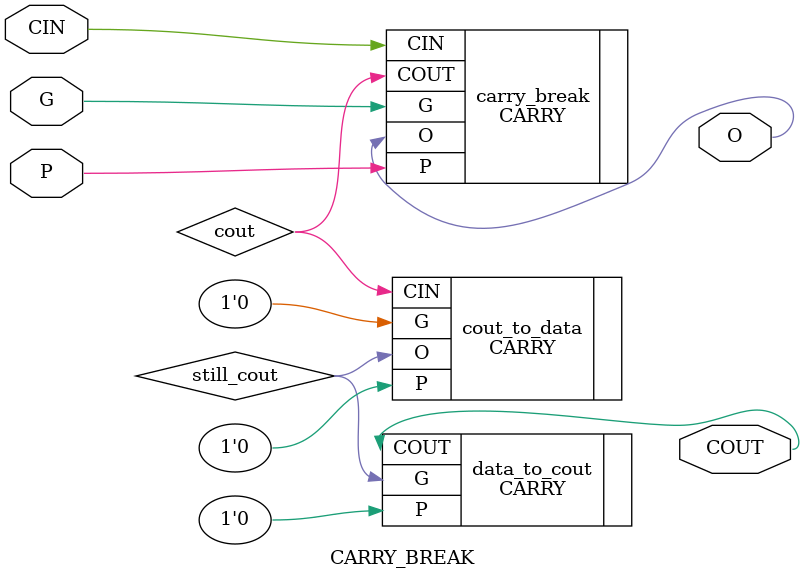
<source format=v>
module CARRY_BREAK(P, G, CIN, O, COUT);
  input CIN;
  output COUT;
  input G;
  output O;
  input P;

  wire cout;
  wire still_cout;

  // Reminder of CARRY functions: COUT and O
  //
  // assign {COUT, O} = {P ? CIN : G, P ^ CIN};

  CARRY carry_break (  // This one replaces the original CARRY cell
    .CIN(CIN),
    .COUT(cout),  // try to break this COUT net
    .G(G),
    .O(O),
    .P(P)
  );

  // We break the CI -> CO chain and pass the COUT net 'cout" through the 
  // 'O' pin (carry sum) of a new CARRY to become a regular data 'still_cout'.
  //
  CARRY cout_to_data  (
    .CIN(cout),
    .G(1'h0),
    .O(still_cout),  // still_cout = P ^ CIN = 1'h0 ^ cout = cout
    .P(1'h0)
  );

  // Carry cell 'data_to_cout' reads in the 'still_cout' data and drives it 
  // through the 'COUT' pin to restart a CO -> CI new carry chain.
  //
  CARRY data_to_cout  (
    .COUT(COUT),
    .G(still_cout),
    .P(1'h0)
  );

endmodule

</source>
